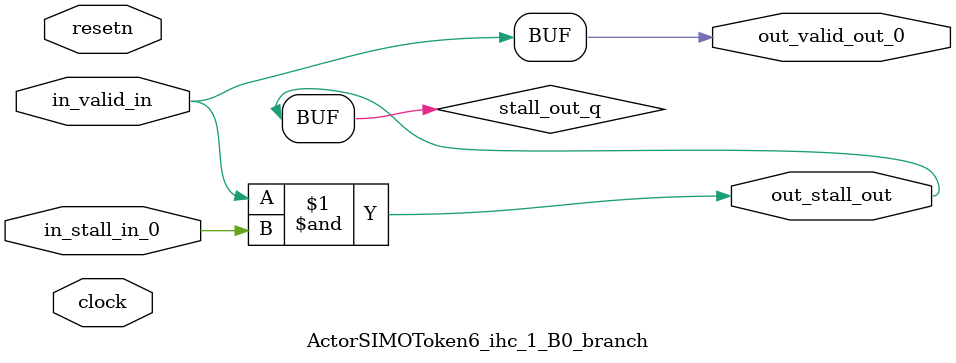
<source format=sv>



(* altera_attribute = "-name AUTO_SHIFT_REGISTER_RECOGNITION OFF; -name MESSAGE_DISABLE 10036; -name MESSAGE_DISABLE 10037; -name MESSAGE_DISABLE 14130; -name MESSAGE_DISABLE 14320; -name MESSAGE_DISABLE 15400; -name MESSAGE_DISABLE 14130; -name MESSAGE_DISABLE 10036; -name MESSAGE_DISABLE 12020; -name MESSAGE_DISABLE 12030; -name MESSAGE_DISABLE 12010; -name MESSAGE_DISABLE 12110; -name MESSAGE_DISABLE 14320; -name MESSAGE_DISABLE 13410; -name MESSAGE_DISABLE 113007; -name MESSAGE_DISABLE 10958" *)
module ActorSIMOToken6_ihc_1_B0_branch (
    input wire [0:0] in_stall_in_0,
    input wire [0:0] in_valid_in,
    output wire [0:0] out_stall_out,
    output wire [0:0] out_valid_out_0,
    input wire clock,
    input wire resetn
    );

    wire [0:0] stall_out_q;


    // stall_out(LOGICAL,6)
    assign stall_out_q = in_valid_in & in_stall_in_0;

    // out_stall_out(GPOUT,4)
    assign out_stall_out = stall_out_q;

    // out_valid_out_0(GPOUT,5)
    assign out_valid_out_0 = in_valid_in;

endmodule

</source>
